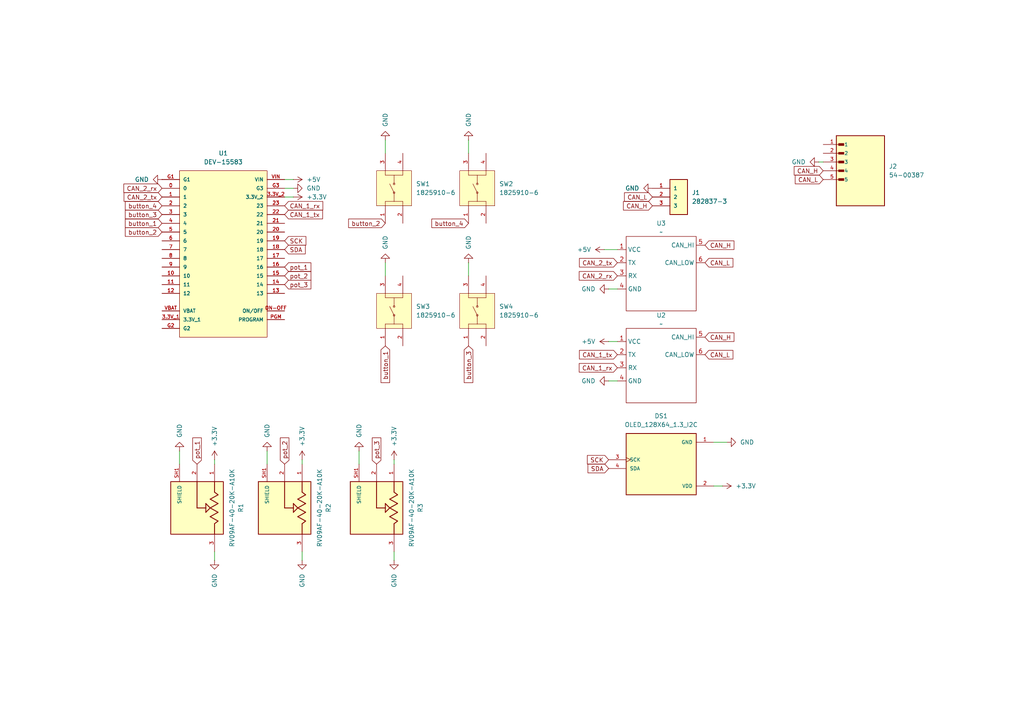
<source format=kicad_sch>
(kicad_sch (version 20250114) (generator "eeschema") (generator_version "9.0")
  (paper "A4")
  (lib_symbols
    (symbol "1825910-6:1825910-6" (pin_names (offset 1.016))
      (property "Reference" "SW" (at -5.0897 5.8532 0))
      (property "Value" "1825910-6" (at -5.0883 -7.6325 0))
      (symbol "1825910-6_0_0"
        (polyline (pts (xy -5.08 2.54) (xy -3.81 2.54)) (stroke (width 0.127)))
        (rectangle (start -5.08 -5.08) (end 5.08 5.08) (stroke (width 0.127)) (fill (type background)))
        (polyline (pts (xy -3.81 2.54) (xy -3.81 0)) (stroke (width 0.127)))
        (polyline (pts (xy -3.81 0) (xy -3.81 -2.54)) (stroke (width 0.127)))
        (polyline (pts (xy -3.81 0) (xy -1.27 0)) (stroke (width 0.127)))
        (polyline (pts (xy -3.81 -2.54) (xy -5.08 -2.54)) (stroke (width 0.127)))
        (circle (center -1.27 0) (radius 0.254) (stroke (width 0.127)))
        (polyline (pts (xy -1.27 0) (xy 1.27 1.27)) (stroke (width 0.127)))
        (polyline (pts (xy 1.27 0) (xy 3.81 0)) (stroke (width 0.127)))
        (circle (center 1.27 0) (radius 0.254) (stroke (width 0.127)))
        (polyline (pts (xy 3.81 2.54) (xy 5.08 2.54)) (stroke (width 0.127)))
        (polyline (pts (xy 3.81 0) (xy 3.81 2.54)) (stroke (width 0.127)))
        (polyline (pts (xy 3.81 0) (xy 3.81 -2.54)) (stroke (width 0.127)))
        (polyline (pts (xy 3.81 -2.54) (xy 5.08 -2.54)) (stroke (width 0.127)))
        (pin passive line (at -10.16 2.54 0) (length 5.08) (name "~") (number "1"))
        (pin passive line (at -10.16 -2.54 0) (length 5.08) (name "~") (number "2"))
        (pin passive line (at 10.16 2.54 180) (length 5.08) (name "~") (number "3"))
        (pin passive line (at 10.16 -2.54 180) (length 5.08) (name "~") (number "4"))
      )
    )
    (symbol "282837-3:282837-3" (pin_names (offset 1.016))
      (property "Reference" "J" (at -3.0504 5.5923 0))
      (property "Value" "282837-3" (at -3.0486 -6.8593 0))
      (symbol "282837-3_0_0"
        (rectangle (start -2.54 -5.08) (end 2.54 5.08) (stroke (width 0.254)) (fill (type background)))
        (pin passive line (at -7.62 2.54 0) (length 5.08) (name "1") (number "1"))
        (pin passive line (at -7.62 0 0) (length 5.08) (name "2") (number "2"))
        (pin passive line (at -7.62 -2.54 0) (length 5.08) (name "3") (number "3"))
      )
    )
    (symbol "DEV-15583:DEV-15583" (pin_names (offset 1.016))
      (property "Reference" "U" (at -12.7 23.622 0))
      (property "Value" "DEV-15583" (at -12.7 -27.94 0))
      (symbol "DEV-15583_0_0"
        (rectangle (start -12.7 -25.4) (end 12.7 22.86) (stroke (width 0.1524)) (fill (type background)))
        (pin power_in line (at -17.78 20.32 0) (length 5.08) (name "G1") (number "G1"))
        (pin bidirectional line (at -17.78 17.78 0) (length 5.08) (name "0") (number "0"))
        (pin bidirectional line (at -17.78 15.24 0) (length 5.08) (name "1") (number "1"))
        (pin bidirectional line (at -17.78 12.7 0) (length 5.08) (name "2") (number "2"))
        (pin bidirectional line (at -17.78 10.16 0) (length 5.08) (name "3") (number "3"))
        (pin bidirectional line (at -17.78 7.62 0) (length 5.08) (name "4") (number "4"))
        (pin bidirectional line (at -17.78 5.08 0) (length 5.08) (name "5") (number "5"))
        (pin bidirectional line (at -17.78 2.54 0) (length 5.08) (name "6") (number "6"))
        (pin bidirectional line (at -17.78 0 0) (length 5.08) (name "7") (number "7"))
        (pin bidirectional line (at -17.78 -2.54 0) (length 5.08) (name "8") (number "8"))
        (pin bidirectional line (at -17.78 -5.08 0) (length 5.08) (name "9") (number "9"))
        (pin bidirectional line (at -17.78 -7.62 0) (length 5.08) (name "10") (number "10"))
        (pin bidirectional line (at -17.78 -10.16 0) (length 5.08) (name "11") (number "11"))
        (pin bidirectional line (at -17.78 -12.7 0) (length 5.08) (name "12") (number "12"))
        (pin power_in line (at -17.78 -17.78 0) (length 5.08) (name "VBAT") (number "VBAT"))
        (pin power_in line (at -17.78 -20.32 0) (length 5.08) (name "3.3V_1") (number "3.3V_1"))
        (pin power_in line (at -17.78 -22.86 0) (length 5.08) (name "G2") (number "G2"))
        (pin power_in line (at 17.78 20.32 180) (length 5.08) (name "VIN") (number "VIN"))
        (pin power_in line (at 17.78 17.78 180) (length 5.08) (name "G3") (number "G3"))
        (pin power_in line (at 17.78 15.24 180) (length 5.08) (name "3.3V_2") (number "3.3V_2"))
        (pin bidirectional line (at 17.78 12.7 180) (length 5.08) (name "23") (number "23"))
        (pin bidirectional line (at 17.78 10.16 180) (length 5.08) (name "22") (number "22"))
        (pin bidirectional line (at 17.78 7.62 180) (length 5.08) (name "21") (number "21"))
        (pin bidirectional line (at 17.78 5.08 180) (length 5.08) (name "20") (number "20"))
        (pin bidirectional line (at 17.78 2.54 180) (length 5.08) (name "19") (number "19"))
        (pin bidirectional line (at 17.78 0 180) (length 5.08) (name "18") (number "18"))
        (pin bidirectional line (at 17.78 -2.54 180) (length 5.08) (name "17") (number "17"))
        (pin bidirectional line (at 17.78 -5.08 180) (length 5.08) (name "16") (number "16"))
        (pin bidirectional line (at 17.78 -7.62 180) (length 5.08) (name "15") (number "15"))
        (pin bidirectional line (at 17.78 -10.16 180) (length 5.08) (name "14") (number "14"))
        (pin bidirectional line (at 17.78 -12.7 180) (length 5.08) (name "13") (number "13"))
        (pin bidirectional line (at 17.78 -17.78 180) (length 5.08) (name "ON/OFF") (number "ON-OFF"))
        (pin bidirectional line (at 17.78 -20.32 180) (length 5.08) (name "PROGRAM") (number "PGM"))
      )
    )
    (symbol "Interface_CAN_LIN:CAN_CHIP"
      (property "Reference" "U" (at 0 0 0))
      (symbol "CAN_CHIP_0_1"
        (rectangle (start 0 21.59) (end 20.32 0))
      )
      (symbol "CAN_CHIP_1_1"
        (pin input line (at -2.54 17.78 0) (length 2.54) (name "VCC") (number "1"))
        (pin input line (at -2.54 13.97 0) (length 2.54) (name "TX") (number "2"))
        (pin input line (at -2.54 10.16 0) (length 2.54) (name "RX") (number "3"))
        (pin input line (at -2.54 6.35 0) (length 2.54) (name "GND") (number "4"))
        (pin input line (at 22.86 19.05 180) (length 2.54) (name "CAN_HI") (number "5"))
        (pin input line (at 22.86 13.97 180) (length 2.54) (name "CAN_LOW") (number "6"))
      )
    )
    (symbol "NMEA2000:54-00387" (pin_names (offset 1.016))
      (property "Reference" "J" (at -2.54 10.922 0))
      (property "Value" "54-00387" (at -2.54 -12.7 0))
      (symbol "54-00387_0_0"
        (rectangle (start -3.81 -10.16) (end 10.16 10.16) (stroke (width 0.254)) (fill (type background)))
        (rectangle (start -3.175 7.3025) (end -1.5875 7.9375) (stroke (width 0.1)) (fill (type outline)))
        (rectangle (start -3.175 4.7625) (end -1.5875 5.3975) (stroke (width 0.1)) (fill (type outline)))
        (rectangle (start -3.175 2.2225) (end -1.5875 2.8575) (stroke (width 0.1)) (fill (type outline)))
        (rectangle (start -3.175 -0.3175) (end -1.5875 0.3175) (stroke (width 0.1)) (fill (type outline)))
        (rectangle (start -3.175 -2.8575) (end -1.5875 -2.2225) (stroke (width 0.1)) (fill (type outline)))
        (pin passive line (at -7.62 7.62 0) (length 5.08) (name "1") (number "1"))
        (pin passive line (at -7.62 5.08 0) (length 5.08) (name "2") (number "2"))
        (pin passive line (at -7.62 2.54 0) (length 5.08) (name "3") (number "3"))
        (pin passive line (at -7.62 0 0) (length 5.08) (name "4") (number "4"))
        (pin passive line (at -7.62 -2.54 0) (length 5.08) (name "5") (number "5"))
      )
    )
    (symbol "OLED_128X64_1.3_I2C:OLED_128X64_1.3_I2C" (pin_names (offset 1.016))
      (property "Reference" "DS1" (at 0 15.24 0))
      (property "Value" "OLED_128X64_1.3_I2C" (at 0 12.7 0))
      (symbol "OLED_128X64_1.3_I2C_0_0"
        (rectangle (start -10.16 -7.62) (end 10.16 10.16) (stroke (width 0.254)) (fill (type background)))
        (pin input clock (at -15.24 2.54 0) (length 5.08) (name "SCK") (number "3"))
        (pin bidirectional line (at -15.24 0 0) (length 5.08) (name "SDA") (number "4"))
      )
      (symbol "OLED_128X64_1.3_I2C_1_0"
        (pin power_in line (at 15.24 7.62 180) (length 5.08) (name "GND") (number "1"))
        (pin power_in line (at 15.24 -5.08 180) (length 5.08) (name "VDD") (number "2"))
      )
    )
    (symbol "RV09AF-40-20K-A10K:RV09AF-40-20K-A10K" (pin_names (offset 1.016))
      (property "Reference" "R" (at -7.62 8.382 0))
      (property "Value" "RV09AF-40-20K-A10K" (at -7.62 -10.16 0))
      (symbol "RV09AF-40-20K-A10K_0_0"
        (polyline (pts (xy -7.62 5.08) (xy -4.572 5.08)) (stroke (width 0.254)))
        (polyline (pts (xy -7.62 0) (xy 0 0)) (stroke (width 0.254)))
        (rectangle (start -7.62 -7.62) (end 7.62 7.62) (stroke (width 0.254)) (fill (type background)))
        (polyline (pts (xy -4.572 5.08) (xy -3.81 6.096)) (stroke (width 0.254)))
        (polyline (pts (xy -3.81 6.096) (xy -2.54 3.81)) (stroke (width 0.254)))
        (polyline (pts (xy -2.54 3.81) (xy -1.27 6.096)) (stroke (width 0.254)))
        (polyline (pts (xy -1.27 6.096) (xy 0 3.81)) (stroke (width 0.254)))
        (polyline (pts (xy -1.27 2.54) (xy 0 3.81)) (stroke (width 0.254)))
        (polyline (pts (xy 0 3.81) (xy 1.27 6.096)) (stroke (width 0.254)))
        (polyline (pts (xy 0 3.81) (xy 1.27 2.54)) (stroke (width 0.254)))
        (polyline (pts (xy 0 2.54) (xy -1.27 2.54)) (stroke (width 0.254)))
        (polyline (pts (xy 0 0) (xy 0 2.54)) (stroke (width 0.254)))
        (polyline (pts (xy 1.27 6.096) (xy 2.54 3.81)) (stroke (width 0.254)))
        (polyline (pts (xy 1.27 2.54) (xy 0 2.54)) (stroke (width 0.254)))
        (polyline (pts (xy 2.54 3.81) (xy 3.81 6.096)) (stroke (width 0.254)))
        (polyline (pts (xy 3.81 6.096) (xy 4.572 5.08)) (stroke (width 0.254)))
        (polyline (pts (xy 4.572 5.08) (xy 7.62 5.08)) (stroke (width 0.254)))
        (pin passive line (at -12.7 5.08 0) (length 5.08) (name "~") (number "1"))
        (pin passive line (at -12.7 0 0) (length 5.08) (name "~") (number "2"))
        (pin passive line (at -12.7 -5.08 0) (length 5.08) (name "SHIELD") (number "SH1"))
        (pin passive line (at -12.7 -5.08 0) (length 5.08) (hide yes) (name "SHIELD") (number "SH2"))
        (pin passive line (at 12.7 5.08 180) (length 5.08) (name "~") (number "3"))
      )
    )
    (symbol "power:+3.3V" (power) (pin_numbers (hide yes)) (pin_names (offset 0) (hide yes))
      (property "Value" "+3.3V" (at 0 3.556 0))
      (symbol "+3.3V_0_1"
        (polyline (pts (xy -0.762 1.27) (xy 0 2.54)))
        (polyline (pts (xy 0 2.54) (xy 0.762 1.27)))
        (polyline (pts (xy 0 0) (xy 0 2.54)))
      )
      (symbol "+3.3V_1_1"
        (pin power_in line (at 0 0 90) (length 0) (name "~") (number "1"))
      )
    )
    (symbol "power:+5V" (power) (pin_numbers (hide yes)) (pin_names (offset 0) (hide yes))
      (property "Value" "+5V" (at 0 3.556 0))
      (symbol "+5V_0_1"
        (polyline (pts (xy -0.762 1.27) (xy 0 2.54)))
        (polyline (pts (xy 0 2.54) (xy 0.762 1.27)))
        (polyline (pts (xy 0 0) (xy 0 2.54)))
      )
      (symbol "+5V_1_1"
        (pin power_in line (at 0 0 90) (length 0) (name "~") (number "1"))
      )
    )
    (symbol "power:GND" (power) (pin_numbers (hide yes)) (pin_names (offset 0) (hide yes))
      (property "Value" "GND" (at 0 -3.81 0))
      (symbol "GND_0_1"
        (polyline (pts (xy 0 0) (xy 0 -1.27) (xy 1.27 -1.27) (xy 0 -2.54) (xy -1.27 -1.27) (xy 0 -1.27)))
      )
      (symbol "GND_1_1"
        (pin power_in line (at 0 0 270) (length 0) (name "~") (number "1"))
      )
    )
  )
  (wire (pts (xy 87.63 160.02) (xy 87.63 162.56)))
  (wire (pts (xy 176.53 83.82) (xy 179.07 83.82)))
  (wire (pts (xy 62.23 160.02) (xy 62.23 162.56)))
  (wire (pts (xy 104.14 130.81) (xy 104.14 134.62)))
  (wire (pts (xy 175.26 72.39) (xy 179.07 72.39)))
  (wire (pts (xy 237.49 46.99) (xy 238.76 46.99)))
  (wire (pts (xy 114.3 160.02) (xy 114.3 162.56)))
  (wire (pts (xy 207.01 128.27) (xy 210.82 128.27)))
  (wire (pts (xy 176.53 110.49) (xy 179.07 110.49)))
  (wire (pts (xy 176.53 99.06) (xy 179.07 99.06)))
  (wire (pts (xy 135.89 76.2) (xy 135.89 80.01)))
  (wire (pts (xy 111.76 76.2) (xy 111.76 80.01)))
  (wire (pts (xy 135.89 40.64) (xy 135.89 44.45)))
  (wire (pts (xy 77.47 130.81) (xy 77.47 134.62)))
  (wire (pts (xy 111.76 40.64) (xy 111.76 44.45)))
  (wire (pts (xy 82.55 52.07) (xy 85.09 52.07)))
  (wire (pts (xy 62.23 133.35) (xy 62.23 134.62)))
  (wire (pts (xy 207.01 140.97) (xy 209.55 140.97)))
  (wire (pts (xy 114.3 133.35) (xy 114.3 134.62)))
  (wire (pts (xy 82.55 57.15) (xy 85.09 57.15)))
  (wire (pts (xy 52.07 130.81) (xy 52.07 134.62)))
  (wire (pts (xy 82.55 54.61) (xy 85.09 54.61)))
  (wire (pts (xy 87.63 133.35) (xy 87.63 134.62)))
  (global_label "CAN_H" (shape input) (at 204.47 97.79 0) (property "Intersheetrefs" "${INTERSHEET_REFS}" (effects (hide yes))))
  (global_label "SDA" (shape input) (at 82.55 72.39 0) (property "Intersheetrefs" "${INTERSHEET_REFS}" (effects (hide yes))))
  (global_label "CAN_1_rx" (shape input) (at 82.55 59.69 0) (property "Intersheetrefs" "${INTERSHEET_REFS}" (effects (hide yes))))
  (global_label "pot_3" (shape input) (at 109.22 134.62 90) (property "Intersheetrefs" "${INTERSHEET_REFS}" (effects (hide yes))))
  (global_label "CAN_2_rx" (shape input) (at 46.99 54.61 180) (property "Intersheetrefs" "${INTERSHEET_REFS}" (effects (hide yes))))
  (global_label "CAN_H" (shape input) (at 189.23 59.69 180) (property "Intersheetrefs" "${INTERSHEET_REFS}" (effects (hide yes))))
  (global_label "button_4" (shape input) (at 135.89 64.77 180) (property "Intersheetrefs" "${INTERSHEET_REFS}" (effects (hide yes))))
  (global_label "button_1" (shape input) (at 111.76 100.33 270) (property "Intersheetrefs" "${INTERSHEET_REFS}" (effects (hide yes))))
  (global_label "pot_1" (shape input) (at 57.15 134.62 90) (property "Intersheetrefs" "${INTERSHEET_REFS}" (effects (hide yes))))
  (global_label "CAN_L" (shape input) (at 204.47 102.87 0) (property "Intersheetrefs" "${INTERSHEET_REFS}" (effects (hide yes))))
  (global_label "pot_3" (shape input) (at 82.55 82.55 0) (property "Intersheetrefs" "${INTERSHEET_REFS}" (effects (hide yes))))
  (global_label "pot_1" (shape input) (at 82.55 77.47 0) (property "Intersheetrefs" "${INTERSHEET_REFS}" (effects (hide yes))))
  (global_label "CAN_L" (shape input) (at 204.47 76.2 0) (property "Intersheetrefs" "${INTERSHEET_REFS}" (effects (hide yes))))
  (global_label "button_2" (shape input) (at 111.76 64.77 180) (property "Intersheetrefs" "${INTERSHEET_REFS}" (effects (hide yes))))
  (global_label "button_3" (shape input) (at 135.89 100.33 270) (property "Intersheetrefs" "${INTERSHEET_REFS}" (effects (hide yes))))
  (global_label "CAN_L" (shape input) (at 238.76 52.07 180) (property "Intersheetrefs" "${INTERSHEET_REFS}" (effects (hide yes))))
  (global_label "button_4" (shape input) (at 46.99 59.69 180) (property "Intersheetrefs" "${INTERSHEET_REFS}" (effects (hide yes))))
  (global_label "CAN_H" (shape input) (at 238.76 49.53 180) (property "Intersheetrefs" "${INTERSHEET_REFS}" (effects (hide yes))))
  (global_label "CAN_2_tx" (shape input) (at 46.99 57.15 180) (property "Intersheetrefs" "${INTERSHEET_REFS}" (effects (hide yes))))
  (global_label "CAN_L" (shape input) (at 189.23 57.15 180) (property "Intersheetrefs" "${INTERSHEET_REFS}" (effects (hide yes))))
  (global_label "CAN_2_tx" (shape input) (at 179.07 76.2 180) (property "Intersheetrefs" "${INTERSHEET_REFS}" (effects (hide yes))))
  (global_label "button_3" (shape input) (at 46.99 62.23 180) (property "Intersheetrefs" "${INTERSHEET_REFS}" (effects (hide yes))))
  (global_label "SDA" (shape input) (at 176.53 135.89 180) (property "Intersheetrefs" "${INTERSHEET_REFS}" (effects (hide yes))))
  (global_label "CAN_2_rx" (shape input) (at 179.07 80.01 180) (property "Intersheetrefs" "${INTERSHEET_REFS}" (effects (hide yes))))
  (global_label "SCK" (shape input) (at 176.53 133.35 180) (property "Intersheetrefs" "${INTERSHEET_REFS}" (effects (hide yes))))
  (global_label "button_1" (shape input) (at 46.99 64.77 180) (property "Intersheetrefs" "${INTERSHEET_REFS}" (effects (hide yes))))
  (global_label "SCK" (shape input) (at 82.55 69.85 0) (property "Intersheetrefs" "${INTERSHEET_REFS}" (effects (hide yes))))
  (global_label "pot_2" (shape input) (at 82.55 134.62 90) (property "Intersheetrefs" "${INTERSHEET_REFS}" (effects (hide yes))))
  (global_label "CAN_1_rx" (shape input) (at 179.07 106.68 180) (property "Intersheetrefs" "${INTERSHEET_REFS}" (effects (hide yes))))
  (global_label "button_2" (shape input) (at 46.99 67.31 180) (property "Intersheetrefs" "${INTERSHEET_REFS}" (effects (hide yes))))
  (global_label "CAN_H" (shape input) (at 204.47 71.12 0) (property "Intersheetrefs" "${INTERSHEET_REFS}" (effects (hide yes))))
  (global_label "pot_2" (shape input) (at 82.55 80.01 0) (property "Intersheetrefs" "${INTERSHEET_REFS}" (effects (hide yes))))
  (global_label "CAN_1_tx" (shape input) (at 82.55 62.23 0) (property "Intersheetrefs" "${INTERSHEET_REFS}" (effects (hide yes))))
  (global_label "CAN_1_tx" (shape input) (at 179.07 102.87 180) (property "Intersheetrefs" "${INTERSHEET_REFS}" (effects (hide yes))))
  (symbol (lib_id "RV09AF-40-20K-A10K:RV09AF-40-20K-A10K") (at 82.55 147.32 270) (unit 1)
    (property "Reference" "R2" (at 95.25 147.32 0))
    (property "Value" "RV09AF-40-20K-A10K" (at 92.71 147.32 0))
    (property "Footprint" "RV09AF-40-20K-A10K:TRIM_RV09AF-40-20K-A10K" (effects (hide yes)))
    (property "MF" "Alpha Taiwan" (effects (hide yes)))
    (property "MAXIMUM_PACKAGE_HEIGHT" "20.5 mm" (effects (hide yes)))
    (property "Package" "None" (effects (hide yes)))
    (property "Price" "None" (effects (hide yes)))
    (property "Check_prices" "https://www.snapeda.com/parts/RV09AF-40-20K-A10K/Alpha/view-part/?ref=eda" (effects (hide yes)))
    (property "STANDARD" "Manufacturer Recommendations" (effects (hide yes)))
    (property "PARTREV" "N/A" (effects (hide yes)))
    (property "SnapEDA_Link" "https://www.snapeda.com/parts/RV09AF-40-20K-A10K/Alpha/view-part/?ref=snap" (effects (hide yes)))
    (property "MP" "RV09AF-40-20K-A10K" (effects (hide yes)))
    (property "Description_1" "PC Mount Black Shaft Potentiometers Audio 9mm 10K" (effects (hide yes)))
    (property "Availability" "In Stock" (effects (hide yes)))
    (property "MANUFACTURER" "Alpha Taiwan" (effects (hide yes)))
  )
  (symbol (lib_id "power:GND") (at 237.49 46.99 270) (unit 1)
    (property "Reference" "#PWR023" (effects (hide yes)))
    (property "Value" "GND" (at 233.68 46.9899 90) (effects (justify right)))
    (property "Description" "Power symbol creates a global label with name \"GND\" , ground" (effects (hide yes)))
  )
  (symbol (lib_id "282837-3:282837-3") (at 196.85 57.15 0) (unit 1)
    (property "Reference" "J1" (at 200.66 55.8799 0) (effects (justify left)))
    (property "Value" "282837-3" (at 200.66 58.4199 0) (effects (justify left)))
    (property "Footprint" "3_pin_terminal_block:TE_282837-3" (effects (hide yes)))
    (property "Comment" "282837-3" (effects (hide yes)))
    (property "MF" "TE Connectivity" (effects (hide yes)))
    (property "Description_1" "Terminal Block Connector,PCB,3,5.08 mm,Front,30-16 AWG,Green,13.5 A,250 V | TE Connectivity 282837-3" (effects (hide yes)))
    (property "Package" "None" (effects (hide yes)))
    (property "Price" "None" (effects (hide yes)))
    (property "Check_prices" "https://www.snapeda.com/parts/282837-3/TE+Connectivity+AMP+Connectors/view-part/?ref=eda" (effects (hide yes)))
    (property "STANDARD" "Manufacturer Recommendations" (effects (hide yes)))
    (property "PARTREV" "H" (effects (hide yes)))
    (property "SnapEDA_Link" "https://www.snapeda.com/parts/282837-3/TE+Connectivity+AMP+Connectors/view-part/?ref=snap" (effects (hide yes)))
    (property "MP" "282837-3" (effects (hide yes)))
    (property "Availability" "In Stock" (effects (hide yes)))
    (property "MANUFACTURER" "TE CONNECTIVITY" (effects (hide yes)))
  )
  (symbol (lib_id "power:GND") (at 87.63 162.56 0) (unit 1)
    (property "Reference" "#PWR013" (effects (hide yes)))
    (property "Value" "GND" (at 87.6301 166.37 90) (effects (justify right)))
    (property "Description" "Power symbol creates a global label with name \"GND\" , ground" (effects (hide yes)))
  )
  (symbol (lib_id "power:GND") (at 210.82 128.27 90) (unit 1)
    (property "Reference" "#PWR07" (effects (hide yes)))
    (property "Value" "GND" (at 214.63 128.2699 90) (effects (justify right)))
    (property "Description" "Power symbol creates a global label with name \"GND\" , ground" (effects (hide yes)))
  )
  (symbol (lib_id "power:GND") (at 85.09 54.61 90) (unit 1)
    (property "Reference" "#PWR02" (effects (hide yes)))
    (property "Value" "GND" (at 88.9 54.6099 90) (effects (justify right)))
    (property "Description" "Power symbol creates a global label with name \"GND\" , ground" (effects (hide yes)))
  )
  (symbol (lib_id "NMEA2000:54-00387") (at 246.38 49.53 0) (unit 1)
    (property "Reference" "J2" (at 257.81 48.2599 0) (effects (justify left)))
    (property "Value" "54-00387" (at 257.81 50.7999 0) (effects (justify left)))
    (property "Footprint" "CAN_CHIP:NMEA2000" (effects (hide yes)))
    (property "PARTREV" "A" (effects (hide yes)))
    (property "STANDARD" "Manufacturer Recommendations" (effects (hide yes)))
    (property "MAXIMUM_PACKAGE_HEIGHT" "16mm" (effects (hide yes)))
    (property "MANUFACTURER" "Tensility" (effects (hide yes)))
  )
  (symbol (lib_id "power:GND") (at 111.76 40.64 180) (unit 1)
    (property "Reference" "#PWR017" (effects (hide yes)))
    (property "Value" "GND" (at 111.7601 36.83 90) (effects (justify right)))
    (property "Description" "Power symbol creates a global label with name \"GND\" , ground" (effects (hide yes)))
  )
  (symbol (lib_id "Interface_CAN_LIN:CAN_CHIP") (at 181.61 116.84 0) (unit 1)
    (property "Reference" "U2" (at 191.77 91.44 0))
    (property "Value" "~" (at 191.77 93.98 0))
    (property "Footprint" "CAN_CHIP:CAN_CHIP" (effects (hide yes)))
  )
  (symbol (lib_id "power:+3.3V") (at 85.09 57.15 270) (unit 1)
    (property "Reference" "#PWR01" (effects (hide yes)))
    (property "Value" "+3.3V" (at 88.9 57.1499 90) (effects (justify left)))
    (property "Description" "Power symbol creates a global label with name \"+3.3V\"" (effects (hide yes)))
  )
  (symbol (lib_id "power:+5V") (at 85.09 52.07 270) (unit 1)
    (property "Reference" "#PWR04" (effects (hide yes)))
    (property "Value" "+5V" (at 88.9 52.0699 90) (effects (justify left)))
    (property "Description" "Power symbol creates a global label with name \"+5V\"" (effects (hide yes)))
  )
  (symbol (lib_id "power:GND") (at 176.53 83.82 270) (unit 1)
    (property "Reference" "#PWR021" (effects (hide yes)))
    (property "Value" "GND" (at 172.72 83.8199 90) (effects (justify right)))
    (property "Description" "Power symbol creates a global label with name \"GND\" , ground" (effects (hide yes)))
  )
  (symbol (lib_id "power:GND") (at 52.07 130.81 180) (unit 1)
    (property "Reference" "#PWR010" (effects (hide yes)))
    (property "Value" "GND" (at 52.0701 127 90) (effects (justify right)))
    (property "Description" "Power symbol creates a global label with name \"GND\" , ground" (effects (hide yes)))
  )
  (symbol (lib_id "power:+3.3V") (at 62.23 133.35 0) (unit 1)
    (property "Reference" "#PWR08" (effects (hide yes)))
    (property "Value" "+3.3V" (at 62.2301 129.54 90) (effects (justify left)))
    (property "Description" "Power symbol creates a global label with name \"+3.3V\"" (effects (hide yes)))
  )
  (symbol (lib_id "power:+3.3V") (at 87.63 133.35 0) (unit 1)
    (property "Reference" "#PWR012" (effects (hide yes)))
    (property "Value" "+3.3V" (at 87.6301 129.54 90) (effects (justify left)))
    (property "Description" "Power symbol creates a global label with name \"+3.3V\"" (effects (hide yes)))
  )
  (symbol (lib_id "power:+3.3V") (at 209.55 140.97 270) (unit 1)
    (property "Reference" "#PWR03" (effects (hide yes)))
    (property "Value" "+3.3V" (at 213.36 140.9699 90) (effects (justify left)))
    (property "Description" "Power symbol creates a global label with name \"+3.3V\"" (effects (hide yes)))
  )
  (symbol (lib_id "power:GND") (at 111.76 76.2 180) (unit 1)
    (property "Reference" "#PWR019" (effects (hide yes)))
    (property "Value" "GND" (at 111.7601 72.39 90) (effects (justify right)))
    (property "Description" "Power symbol creates a global label with name \"GND\" , ground" (effects (hide yes)))
  )
  (symbol (lib_id "1825910-6:1825910-6") (at 138.43 90.17 90) (unit 1)
    (property "Reference" "SW4" (at 144.78 88.8999 90) (effects (justify right)))
    (property "Value" "1825910-6" (at 144.78 91.4399 90) (effects (justify right)))
    (property "Footprint" "1825910-6:SW_1825910-6-4" (effects (hide yes)))
    (property "Comment" "1825910-6" (effects (hide yes)))
    (property "MF" "TE Connectivity" (effects (hide yes)))
    (property "Description_1" "Switch Push Button OFF (ON) SPST Round Button 0.05A 24VDC Momentary Contact PC Pins Thru-Hole" (effects (hide yes)))
    (property "Package" "None" (effects (hide yes)))
    (property "Price" "None" (effects (hide yes)))
    (property "Check_prices" "https://www.snapeda.com/parts/1825910-6/TE+Connectivity+Alcoswitch+Switches/view-part/?ref=eda" (effects (hide yes)))
    (property "STANDARD" "Manufacturer Recommendations" (effects (hide yes)))
    (property "PARTREV" "C10" (effects (hide yes)))
    (property "SnapEDA_Link" "https://www.snapeda.com/parts/1825910-6/TE+Connectivity+Alcoswitch+Switches/view-part/?ref=snap" (effects (hide yes)))
    (property "MP" "1825910-6" (effects (hide yes)))
    (property "Availability" "In Stock" (effects (hide yes)))
    (property "MANUFACTURER" "TE CONNECTIVITY" (effects (hide yes)))
  )
  (symbol (lib_id "power:GND") (at 114.3 162.56 0) (unit 1)
    (property "Reference" "#PWR016" (effects (hide yes)))
    (property "Value" "GND" (at 114.3001 166.37 90) (effects (justify right)))
    (property "Description" "Power symbol creates a global label with name \"GND\" , ground" (effects (hide yes)))
  )
  (symbol (lib_id "DEV-15583:DEV-15583") (at 64.77 72.39 0) (unit 1)
    (property "Reference" "U1" (at 64.77 44.45 0))
    (property "Value" "DEV-15583" (at 64.77 46.99 0))
    (property "Footprint" "Teensy:MODULE_DEV-15583" (effects (hide yes)))
    (property "MF" "SparkFun Electronics" (effects (hide yes)))
    (property "MAXIMUM_PACKAGE_HEIGHT" "5.87mm" (effects (hide yes)))
    (property "Package" "None" (effects (hide yes)))
    (property "Price" "None" (effects (hide yes)))
    (property "Check_prices" "https://www.snapeda.com/parts/DEV-15583/SparkFun/view-part/?ref=eda" (effects (hide yes)))
    (property "STANDARD" "Manufacturer Recommendations" (effects (hide yes)))
    (property "SnapEDA_Link" "https://www.snapeda.com/parts/DEV-15583/SparkFun/view-part/?ref=snap" (effects (hide yes)))
    (property "MP" "DEV-15583" (effects (hide yes)))
    (property "Description_1" "RT1062 Teensy 4.0 series ARM® Cortex®-M7 MPU Embedded Evaluation Board" (effects (hide yes)))
    (property "Availability" "In Stock" (effects (hide yes)))
    (property "MANUFACTURER" "Sparkfun" (effects (hide yes)))
  )
  (symbol (lib_id "Interface_CAN_LIN:CAN_CHIP") (at 181.61 90.17 0) (unit 1)
    (property "Reference" "U3" (at 191.77 64.77 0))
    (property "Value" "~" (at 191.77 67.31 0))
    (property "Footprint" "CAN_CHIP:CAN_CHIP" (effects (hide yes)))
  )
  (symbol (lib_id "1825910-6:1825910-6") (at 114.3 54.61 90) (unit 1)
    (property "Reference" "SW1" (at 120.65 53.3399 90) (effects (justify right)))
    (property "Value" "1825910-6" (at 120.65 55.8799 90) (effects (justify right)))
    (property "Footprint" "1825910-6:SW_1825910-6-4" (effects (hide yes)))
    (property "Comment" "1825910-6" (effects (hide yes)))
    (property "MF" "TE Connectivity" (effects (hide yes)))
    (property "Description_1" "Switch Push Button OFF (ON) SPST Round Button 0.05A 24VDC Momentary Contact PC Pins Thru-Hole" (effects (hide yes)))
    (property "Package" "None" (effects (hide yes)))
    (property "Price" "None" (effects (hide yes)))
    (property "Check_prices" "https://www.snapeda.com/parts/1825910-6/TE+Connectivity+Alcoswitch+Switches/view-part/?ref=eda" (effects (hide yes)))
    (property "STANDARD" "Manufacturer Recommendations" (effects (hide yes)))
    (property "PARTREV" "C10" (effects (hide yes)))
    (property "SnapEDA_Link" "https://www.snapeda.com/parts/1825910-6/TE+Connectivity+Alcoswitch+Switches/view-part/?ref=snap" (effects (hide yes)))
    (property "MP" "1825910-6" (effects (hide yes)))
    (property "Availability" "In Stock" (effects (hide yes)))
    (property "MANUFACTURER" "TE CONNECTIVITY" (effects (hide yes)))
  )
  (symbol (lib_id "power:GND") (at 176.53 110.49 270) (unit 1)
    (property "Reference" "#PWR022" (effects (hide yes)))
    (property "Value" "GND" (at 172.72 110.4899 90) (effects (justify right)))
    (property "Description" "Power symbol creates a global label with name \"GND\" , ground" (effects (hide yes)))
  )
  (symbol (lib_id "1825910-6:1825910-6") (at 138.43 54.61 90) (unit 1)
    (property "Reference" "SW2" (at 144.78 53.3399 90) (effects (justify right)))
    (property "Value" "1825910-6" (at 144.78 55.8799 90) (effects (justify right)))
    (property "Footprint" "1825910-6:SW_1825910-6-4" (effects (hide yes)))
    (property "Comment" "1825910-6" (effects (hide yes)))
    (property "MF" "TE Connectivity" (effects (hide yes)))
    (property "Description_1" "Switch Push Button OFF (ON) SPST Round Button 0.05A 24VDC Momentary Contact PC Pins Thru-Hole" (effects (hide yes)))
    (property "Package" "None" (effects (hide yes)))
    (property "Price" "None" (effects (hide yes)))
    (property "Check_prices" "https://www.snapeda.com/parts/1825910-6/TE+Connectivity+Alcoswitch+Switches/view-part/?ref=eda" (effects (hide yes)))
    (property "STANDARD" "Manufacturer Recommendations" (effects (hide yes)))
    (property "PARTREV" "C10" (effects (hide yes)))
    (property "SnapEDA_Link" "https://www.snapeda.com/parts/1825910-6/TE+Connectivity+Alcoswitch+Switches/view-part/?ref=snap" (effects (hide yes)))
    (property "MP" "1825910-6" (effects (hide yes)))
    (property "Availability" "In Stock" (effects (hide yes)))
    (property "MANUFACTURER" "TE CONNECTIVITY" (effects (hide yes)))
  )
  (symbol (lib_id "OLED_128X64_1.3_I2C:OLED_128X64_1.3_I2C") (at 191.77 135.89 0) (unit 1)
    (property "Reference" "DS1" (at 191.77 120.65 0))
    (property "Value" "OLED_128X64_1.3_I2C" (at 191.77 123.19 0))
    (property "Footprint" "OLED_128X64_1.3_I2C:LCD_OLED_128X64_1.3_I2C" (effects (hide yes)))
    (property "MF" "UNIVERSAL-SOLDER Electronics Ltd" (effects (hide yes)))
    (property "Description_1" "Non-Touch Graphic LCD Display Module Transmissive White OLED, Monochrome I2C 1.3 (33.02mm) 128 x 64" (effects (hide yes)))
    (property "Package" "None" (effects (hide yes)))
    (property "Price" "None" (effects (hide yes)))
    (property "Check_prices" "https://www.snapeda.com/parts/OLED%20128x64%201.3%22%20I2C/UNIVERSAL-SOLDER+Electronics+Ltd/view-part/?ref=eda" (effects (hide yes)))
    (property "STANDARD" "Manufacturer Recommendations" (effects (hide yes)))
    (property "PARTREV" "NA" (effects (hide yes)))
    (property "SnapEDA_Link" "https://www.snapeda.com/parts/OLED%20128x64%201.3%22%20I2C/UNIVERSAL-SOLDER+Electronics+Ltd/view-part/?ref=snap" (effects (hide yes)))
    (property "MP" "OLED 128x64 1.3&quot; I2C" (effects (hide yes)))
    (property "Availability" "Not in stock" (effects (hide yes)))
    (property "MANUFACTURER" "UNIVERSAL-SOLDER Electronics Ltd" (effects (hide yes)))
  )
  (symbol (lib_id "RV09AF-40-20K-A10K:RV09AF-40-20K-A10K") (at 57.15 147.32 270) (unit 1)
    (property "Reference" "R1" (at 69.85 147.32 0))
    (property "Value" "RV09AF-40-20K-A10K" (at 67.31 147.32 0))
    (property "Footprint" "RV09AF-40-20K-A10K:TRIM_RV09AF-40-20K-A10K" (effects (hide yes)))
    (property "MF" "Alpha Taiwan" (effects (hide yes)))
    (property "MAXIMUM_PACKAGE_HEIGHT" "20.5 mm" (effects (hide yes)))
    (property "Package" "None" (effects (hide yes)))
    (property "Price" "None" (effects (hide yes)))
    (property "Check_prices" "https://www.snapeda.com/parts/RV09AF-40-20K-A10K/Alpha/view-part/?ref=eda" (effects (hide yes)))
    (property "STANDARD" "Manufacturer Recommendations" (effects (hide yes)))
    (property "PARTREV" "N/A" (effects (hide yes)))
    (property "SnapEDA_Link" "https://www.snapeda.com/parts/RV09AF-40-20K-A10K/Alpha/view-part/?ref=snap" (effects (hide yes)))
    (property "MP" "RV09AF-40-20K-A10K" (effects (hide yes)))
    (property "Description_1" "PC Mount Black Shaft Potentiometers Audio 9mm 10K" (effects (hide yes)))
    (property "Availability" "In Stock" (effects (hide yes)))
    (property "MANUFACTURER" "Alpha Taiwan" (effects (hide yes)))
  )
  (symbol (lib_id "power:GND") (at 104.14 130.81 180) (unit 1)
    (property "Reference" "#PWR014" (effects (hide yes)))
    (property "Value" "GND" (at 104.1401 127 90) (effects (justify right)))
    (property "Description" "Power symbol creates a global label with name \"GND\" , ground" (effects (hide yes)))
  )
  (symbol (lib_id "1825910-6:1825910-6") (at 114.3 90.17 90) (unit 1)
    (property "Reference" "SW3" (at 120.65 88.8999 90) (effects (justify right)))
    (property "Value" "1825910-6" (at 120.65 91.4399 90) (effects (justify right)))
    (property "Footprint" "1825910-6:SW_1825910-6-4" (effects (hide yes)))
    (property "Comment" "1825910-6" (effects (hide yes)))
    (property "MF" "TE Connectivity" (effects (hide yes)))
    (property "Description_1" "Switch Push Button OFF (ON) SPST Round Button 0.05A 24VDC Momentary Contact PC Pins Thru-Hole" (effects (hide yes)))
    (property "Package" "None" (effects (hide yes)))
    (property "Price" "None" (effects (hide yes)))
    (property "Check_prices" "https://www.snapeda.com/parts/1825910-6/TE+Connectivity+Alcoswitch+Switches/view-part/?ref=eda" (effects (hide yes)))
    (property "STANDARD" "Manufacturer Recommendations" (effects (hide yes)))
    (property "PARTREV" "C10" (effects (hide yes)))
    (property "SnapEDA_Link" "https://www.snapeda.com/parts/1825910-6/TE+Connectivity+Alcoswitch+Switches/view-part/?ref=snap" (effects (hide yes)))
    (property "MP" "1825910-6" (effects (hide yes)))
    (property "Availability" "In Stock" (effects (hide yes)))
    (property "MANUFACTURER" "TE CONNECTIVITY" (effects (hide yes)))
  )
  (symbol (lib_id "power:GND") (at 46.99 52.07 270) (unit 1)
    (property "Reference" "#PWR024" (effects (hide yes)))
    (property "Value" "GND" (at 43.18 52.0699 90) (effects (justify right)))
    (property "Description" "Power symbol creates a global label with name \"GND\" , ground" (effects (hide yes)))
  )
  (symbol (lib_id "power:GND") (at 135.89 76.2 180) (unit 1)
    (property "Reference" "#PWR020" (effects (hide yes)))
    (property "Value" "GND" (at 135.8901 72.39 90) (effects (justify right)))
    (property "Description" "Power symbol creates a global label with name \"GND\" , ground" (effects (hide yes)))
  )
  (symbol (lib_id "power:GND") (at 77.47 130.81 180) (unit 1)
    (property "Reference" "#PWR011" (effects (hide yes)))
    (property "Value" "GND" (at 77.4701 127 90) (effects (justify right)))
    (property "Description" "Power symbol creates a global label with name \"GND\" , ground" (effects (hide yes)))
  )
  (symbol (lib_id "power:GND") (at 135.89 40.64 180) (unit 1)
    (property "Reference" "#PWR018" (effects (hide yes)))
    (property "Value" "GND" (at 135.8901 36.83 90) (effects (justify right)))
    (property "Description" "Power symbol creates a global label with name \"GND\" , ground" (effects (hide yes)))
  )
  (symbol (lib_id "power:+3.3V") (at 114.3 133.35 0) (unit 1)
    (property "Reference" "#PWR015" (effects (hide yes)))
    (property "Value" "+3.3V" (at 114.3001 129.54 90) (effects (justify left)))
    (property "Description" "Power symbol creates a global label with name \"+3.3V\"" (effects (hide yes)))
  )
  (symbol (lib_id "power:+5V") (at 176.53 99.06 90) (unit 1)
    (property "Reference" "#PWR026" (effects (hide yes)))
    (property "Value" "+5V" (at 172.72 99.0599 90) (effects (justify left)))
    (property "Description" "Power symbol creates a global label with name \"+5V\"" (effects (hide yes)))
  )
  (symbol (lib_id "power:+5V") (at 175.26 72.39 90) (unit 1)
    (property "Reference" "#PWR025" (effects (hide yes)))
    (property "Value" "+5V" (at 171.45 72.3899 90) (effects (justify left)))
    (property "Description" "Power symbol creates a global label with name \"+5V\"" (effects (hide yes)))
  )
  (symbol (lib_id "power:GND") (at 62.23 162.56 0) (unit 1)
    (property "Reference" "#PWR09" (effects (hide yes)))
    (property "Value" "GND" (at 62.2301 166.37 90) (effects (justify right)))
    (property "Description" "Power symbol creates a global label with name \"GND\" , ground" (effects (hide yes)))
  )
  (symbol (lib_id "RV09AF-40-20K-A10K:RV09AF-40-20K-A10K") (at 109.22 147.32 270) (unit 1)
    (property "Reference" "R3" (at 121.92 147.32 0))
    (property "Value" "RV09AF-40-20K-A10K" (at 119.38 147.32 0))
    (property "Footprint" "RV09AF-40-20K-A10K:TRIM_RV09AF-40-20K-A10K" (effects (hide yes)))
    (property "MF" "Alpha Taiwan" (effects (hide yes)))
    (property "MAXIMUM_PACKAGE_HEIGHT" "20.5 mm" (effects (hide yes)))
    (property "Package" "None" (effects (hide yes)))
    (property "Price" "None" (effects (hide yes)))
    (property "Check_prices" "https://www.snapeda.com/parts/RV09AF-40-20K-A10K/Alpha/view-part/?ref=eda" (effects (hide yes)))
    (property "STANDARD" "Manufacturer Recommendations" (effects (hide yes)))
    (property "PARTREV" "N/A" (effects (hide yes)))
    (property "SnapEDA_Link" "https://www.snapeda.com/parts/RV09AF-40-20K-A10K/Alpha/view-part/?ref=snap" (effects (hide yes)))
    (property "MP" "RV09AF-40-20K-A10K" (effects (hide yes)))
    (property "Description_1" "PC Mount Black Shaft Potentiometers Audio 9mm 10K" (effects (hide yes)))
    (property "Availability" "In Stock" (effects (hide yes)))
    (property "MANUFACTURER" "Alpha Taiwan" (effects (hide yes)))
  )
  (symbol (lib_id "power:GND") (at 189.23 54.61 270) (unit 1)
    (property "Reference" "#PWR05" (effects (hide yes)))
    (property "Value" "GND" (at 185.42 54.6099 90) (effects (justify right)))
    (property "Description" "Power symbol creates a global label with name \"GND\" , ground" (effects (hide yes)))
  )
)
</source>
